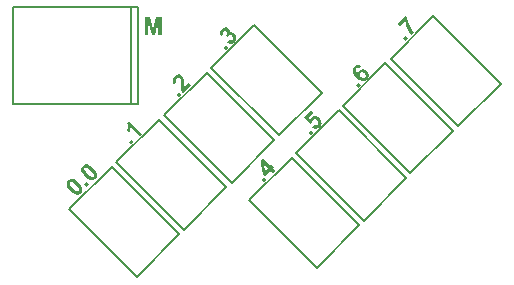
<source format=gto>
G04 #@! TF.GenerationSoftware,KiCad,Pcbnew,9.0.1*
G04 #@! TF.CreationDate,2025-05-31T22:37:51+02:00*
G04 #@! TF.ProjectId,Sim-module,53696d2d-6d6f-4647-956c-652e6b696361,rev?*
G04 #@! TF.SameCoordinates,Original*
G04 #@! TF.FileFunction,Legend,Top*
G04 #@! TF.FilePolarity,Positive*
%FSLAX46Y46*%
G04 Gerber Fmt 4.6, Leading zero omitted, Abs format (unit mm)*
G04 Created by KiCad (PCBNEW 9.0.1) date 2025-05-31 22:37:51*
%MOMM*%
%LPD*%
G01*
G04 APERTURE LIST*
%ADD10C,0.300000*%
%ADD11C,0.200000*%
%ADD12C,0.127000*%
G04 APERTURE END LIST*
D10*
G36*
X182526225Y-51113149D02*
G01*
X182323123Y-50910047D01*
X182526678Y-50706492D01*
X182729780Y-50909594D01*
X182526225Y-51113149D01*
G37*
G36*
X182628877Y-50472174D02*
G01*
X182810801Y-50248282D01*
X182864831Y-50282282D01*
X182917883Y-50300931D01*
X182971288Y-50305923D01*
X183024219Y-50298094D01*
X183069923Y-50278728D01*
X183110014Y-50247505D01*
X183144235Y-50201631D01*
X183162438Y-50148829D01*
X183164740Y-50086435D01*
X183149786Y-50025229D01*
X183113091Y-49957823D01*
X183048552Y-49881779D01*
X182977235Y-49821770D01*
X182913164Y-49788027D01*
X182854064Y-49774982D01*
X182794105Y-49779199D01*
X182740018Y-49800040D01*
X182689691Y-49838840D01*
X182652664Y-49885246D01*
X182627170Y-49938885D01*
X182613019Y-50001360D01*
X182611196Y-50074842D01*
X182421695Y-50215770D01*
X181974171Y-49559575D01*
X182512560Y-49021186D01*
X182703227Y-49211853D01*
X182319173Y-49595908D01*
X182466059Y-49806522D01*
X182493494Y-49741278D01*
X182528596Y-49683976D01*
X182571496Y-49633730D01*
X182643495Y-49574400D01*
X182721324Y-49533611D01*
X182806439Y-49510035D01*
X182900889Y-49503812D01*
X182993894Y-49515743D01*
X183082769Y-49546163D01*
X183169090Y-49596229D01*
X183253986Y-49668444D01*
X183314438Y-49738629D01*
X183360863Y-49813647D01*
X183394210Y-49894239D01*
X183414796Y-49981452D01*
X183421334Y-50078165D01*
X183410204Y-50167828D01*
X183381918Y-50252304D01*
X183335686Y-50333120D01*
X183269464Y-50411359D01*
X183191010Y-50479103D01*
X183112425Y-50527171D01*
X183032845Y-50557899D01*
X182951081Y-50572624D01*
X182867519Y-50571730D01*
X182786842Y-50555187D01*
X182707673Y-50522515D01*
X182628877Y-50472174D01*
G37*
G36*
X186526225Y-47113149D02*
G01*
X186323123Y-46910047D01*
X186526678Y-46706492D01*
X186729780Y-46909594D01*
X186526225Y-47113149D01*
G37*
G36*
X186558796Y-45160794D02*
G01*
X186631891Y-45176785D01*
X186707847Y-45208237D01*
X186787810Y-45257318D01*
X186612751Y-45476417D01*
X186564719Y-45444672D01*
X186522399Y-45427935D01*
X186484193Y-45423245D01*
X186446270Y-45429044D01*
X186410514Y-45445152D01*
X186375906Y-45472855D01*
X186342185Y-45519380D01*
X186325542Y-45574465D01*
X186326491Y-45641567D01*
X186347493Y-45707365D01*
X186404621Y-45804055D01*
X186516122Y-45943500D01*
X186517333Y-45862285D01*
X186534299Y-45789995D01*
X186566601Y-45724558D01*
X186615341Y-45664493D01*
X186683056Y-45608871D01*
X186756991Y-45570441D01*
X186838595Y-45548104D01*
X186929903Y-45542153D01*
X187019629Y-45553525D01*
X187105091Y-45582593D01*
X187187814Y-45630399D01*
X187268882Y-45699272D01*
X187342094Y-45785459D01*
X187392089Y-45872394D01*
X187421650Y-45961282D01*
X187432089Y-46053794D01*
X187423654Y-46146920D01*
X187396844Y-46234053D01*
X187350980Y-46316967D01*
X187283907Y-46396917D01*
X187215918Y-46454622D01*
X187144037Y-46496560D01*
X187067373Y-46524028D01*
X186984662Y-46537425D01*
X186894348Y-46536226D01*
X186811063Y-46520201D01*
X186719931Y-46485448D01*
X186619027Y-46428536D01*
X186506487Y-46345027D01*
X186380505Y-46229630D01*
X186262412Y-46100550D01*
X186180745Y-45990065D01*
X186678487Y-45990065D01*
X186689520Y-46043944D01*
X186718845Y-46101181D01*
X186771036Y-46163699D01*
X186840103Y-46221312D01*
X186904761Y-46254672D01*
X186966884Y-46268230D01*
X187030301Y-46265360D01*
X187081713Y-46248016D01*
X187124133Y-46216806D01*
X187154976Y-46176258D01*
X187171729Y-46131073D01*
X187174973Y-46079311D01*
X187163025Y-46028619D01*
X187130579Y-45969698D01*
X187070637Y-45899589D01*
X186998539Y-45838248D01*
X186936309Y-45804370D01*
X186881265Y-45791432D01*
X186825179Y-45794606D01*
X186776349Y-45812479D01*
X186732630Y-45845640D01*
X186700519Y-45887796D01*
X186682627Y-45935267D01*
X186678487Y-45990065D01*
X186180745Y-45990065D01*
X186176936Y-45984912D01*
X186118695Y-45880902D01*
X186083195Y-45786640D01*
X186066979Y-45700179D01*
X186066328Y-45606985D01*
X186081023Y-45520826D01*
X186110692Y-45440152D01*
X186155930Y-45363707D01*
X186218269Y-45290607D01*
X186282697Y-45235382D01*
X186348466Y-45196029D01*
X186416319Y-45170851D01*
X186487302Y-45159005D01*
X186558796Y-45160794D01*
G37*
G36*
X178526225Y-55113149D02*
G01*
X178323123Y-54910047D01*
X178526678Y-54706492D01*
X178729780Y-54909594D01*
X178526225Y-55113149D01*
G37*
G36*
X179097709Y-53754128D02*
G01*
X179229569Y-53622267D01*
X179407802Y-53800499D01*
X179275941Y-53932360D01*
X179491478Y-54147897D01*
X179294399Y-54344976D01*
X179078862Y-54129439D01*
X178644097Y-54564204D01*
X178466577Y-54386684D01*
X178318842Y-53594871D01*
X178544294Y-53594871D01*
X178656402Y-54195434D01*
X178900630Y-53951207D01*
X178544294Y-53594871D01*
X178318842Y-53594871D01*
X178255185Y-53253691D01*
X178426229Y-53082648D01*
X179097709Y-53754128D01*
G37*
G36*
X167326225Y-51913149D02*
G01*
X167123123Y-51710047D01*
X167326678Y-51506492D01*
X167529780Y-51709594D01*
X167326225Y-51913149D01*
G37*
G36*
X168216092Y-51023283D02*
G01*
X168012472Y-51226903D01*
X167247342Y-50461773D01*
X167232786Y-50604080D01*
X167197312Y-50743238D01*
X167140156Y-50880606D01*
X166953634Y-50694084D01*
X166983973Y-50621737D01*
X167009053Y-50532017D01*
X167027725Y-50421813D01*
X167032013Y-50311997D01*
X167017643Y-50213235D01*
X166985628Y-50123248D01*
X167150842Y-49958034D01*
X168216092Y-51023283D01*
G37*
G36*
X168448560Y-42645000D02*
G01*
X168448560Y-41138510D01*
X168902486Y-41138510D01*
X169175061Y-42166161D01*
X169444521Y-41138510D01*
X169899546Y-41138510D01*
X169899546Y-42645000D01*
X169617720Y-42645000D01*
X169617720Y-41459170D01*
X169319591Y-42645000D01*
X169027507Y-42645000D01*
X168730386Y-41459170D01*
X168730386Y-42645000D01*
X168448560Y-42645000D01*
G37*
G36*
X162313221Y-54816244D02*
G01*
X162398044Y-54834347D01*
X162492033Y-54872012D01*
X162597296Y-54933076D01*
X162715910Y-55022397D01*
X162849926Y-55145702D01*
X162972694Y-55279203D01*
X163061871Y-55397776D01*
X163123051Y-55503393D01*
X163160974Y-55598063D01*
X163179384Y-55683831D01*
X163179708Y-55778057D01*
X163158658Y-55866217D01*
X163115583Y-55950701D01*
X163047587Y-56033237D01*
X162964990Y-56100436D01*
X162877332Y-56143578D01*
X162782675Y-56164796D01*
X162678299Y-56163932D01*
X162601812Y-56147155D01*
X162514142Y-56110819D01*
X162412700Y-56050351D01*
X162294857Y-55960061D01*
X162157915Y-55833308D01*
X162035819Y-55700498D01*
X161947059Y-55582381D01*
X161886107Y-55477016D01*
X161848278Y-55382430D01*
X161829882Y-55296603D01*
X161829569Y-55206645D01*
X162089135Y-55206645D01*
X162094948Y-55260718D01*
X162128512Y-55335915D01*
X162206251Y-55442835D01*
X162373128Y-55622499D01*
X162551151Y-55788752D01*
X162648508Y-55860185D01*
X162709789Y-55890467D01*
X162755272Y-55904027D01*
X162788982Y-55905715D01*
X162837003Y-55892366D01*
X162877645Y-55863294D01*
X162906718Y-55822491D01*
X162920066Y-55773854D01*
X162914296Y-55719723D01*
X162880754Y-55644519D01*
X162803638Y-55538245D01*
X162636915Y-55358713D01*
X162458841Y-55192411D01*
X162361535Y-55121026D01*
X162275699Y-55082079D01*
X162220672Y-55075108D01*
X162172316Y-55088195D01*
X162131556Y-55117205D01*
X162102524Y-55157958D01*
X162089135Y-55206645D01*
X161829569Y-55206645D01*
X161829554Y-55202373D01*
X161850596Y-55114223D01*
X161893652Y-55029762D01*
X161961614Y-54947263D01*
X162044114Y-54879439D01*
X162128930Y-54836491D01*
X162217819Y-54815606D01*
X162313221Y-54816244D01*
G37*
G36*
X163551068Y-55488307D02*
G01*
X163347966Y-55285205D01*
X163551521Y-55081649D01*
X163754623Y-55284751D01*
X163551068Y-55488307D01*
G37*
G36*
X163550485Y-53578980D02*
G01*
X163635309Y-53597083D01*
X163729297Y-53634748D01*
X163834561Y-53695812D01*
X163953174Y-53785133D01*
X164087190Y-53908437D01*
X164209959Y-54041939D01*
X164299135Y-54160511D01*
X164360315Y-54266129D01*
X164398238Y-54360798D01*
X164416648Y-54446567D01*
X164416972Y-54540793D01*
X164395922Y-54628953D01*
X164352847Y-54713437D01*
X164284852Y-54795972D01*
X164202254Y-54863172D01*
X164114596Y-54906314D01*
X164019939Y-54927532D01*
X163915563Y-54926667D01*
X163839076Y-54909891D01*
X163751406Y-54873555D01*
X163649965Y-54813087D01*
X163532121Y-54722797D01*
X163395179Y-54596044D01*
X163273083Y-54463234D01*
X163184323Y-54345117D01*
X163123371Y-54239752D01*
X163085543Y-54145166D01*
X163067146Y-54059339D01*
X163066834Y-53969381D01*
X163326399Y-53969381D01*
X163332213Y-54023454D01*
X163365776Y-54098651D01*
X163443515Y-54205571D01*
X163610392Y-54385235D01*
X163788415Y-54551488D01*
X163885772Y-54622921D01*
X163947054Y-54653203D01*
X163992536Y-54666763D01*
X164026246Y-54668451D01*
X164074267Y-54655102D01*
X164114909Y-54626030D01*
X164143982Y-54585227D01*
X164157330Y-54536590D01*
X164151560Y-54482459D01*
X164118018Y-54407255D01*
X164040902Y-54300981D01*
X163874179Y-54121448D01*
X163696105Y-53955147D01*
X163598799Y-53883762D01*
X163512963Y-53844815D01*
X163457936Y-53837844D01*
X163409580Y-53850931D01*
X163368820Y-53879941D01*
X163339788Y-53920694D01*
X163326399Y-53969381D01*
X163066834Y-53969381D01*
X163066819Y-53965109D01*
X163087860Y-53876959D01*
X163130916Y-53792498D01*
X163198878Y-53709998D01*
X163281379Y-53642174D01*
X163366194Y-53599226D01*
X163455083Y-53578342D01*
X163550485Y-53578980D01*
G37*
G36*
X175326225Y-43913149D02*
G01*
X175123123Y-43710047D01*
X175326678Y-43506492D01*
X175529780Y-43709594D01*
X175326225Y-43913149D01*
G37*
G36*
X175401935Y-43265568D02*
G01*
X175574080Y-43043554D01*
X175635373Y-43083712D01*
X175691781Y-43105872D01*
X175744929Y-43112982D01*
X175797740Y-43106499D01*
X175844367Y-43087234D01*
X175886439Y-43054499D01*
X175921034Y-43009205D01*
X175940260Y-42958566D01*
X175944728Y-42900489D01*
X175933727Y-42842909D01*
X175906001Y-42785963D01*
X175858655Y-42728150D01*
X175803913Y-42683435D01*
X175749977Y-42657480D01*
X175695384Y-42647518D01*
X175640283Y-42652166D01*
X175592362Y-42670556D01*
X175549663Y-42703216D01*
X175512445Y-42747323D01*
X175471428Y-42811891D01*
X175329463Y-42624980D01*
X175379817Y-42567608D01*
X175408530Y-42514290D01*
X175419875Y-42463328D01*
X175416162Y-42411555D01*
X175397646Y-42364146D01*
X175362882Y-42319291D01*
X175324868Y-42288882D01*
X175286294Y-42271755D01*
X175245982Y-42266249D01*
X175205661Y-42271935D01*
X175167228Y-42289068D01*
X175129535Y-42319226D01*
X175100242Y-42356629D01*
X175082716Y-42397886D01*
X175076298Y-42444352D01*
X175081939Y-42491048D01*
X175101085Y-42540505D01*
X175136400Y-42594217D01*
X174917107Y-42750300D01*
X174869714Y-42670227D01*
X174838650Y-42599385D01*
X174821255Y-42536317D01*
X174815160Y-42471630D01*
X174821235Y-42404929D01*
X174840231Y-42335094D01*
X174870148Y-42268775D01*
X174911496Y-42205075D01*
X174965356Y-42143520D01*
X175045455Y-42076252D01*
X175127270Y-42031093D01*
X175212081Y-42005534D01*
X175301679Y-41998641D01*
X175376604Y-42006792D01*
X175442509Y-42026679D01*
X175500996Y-42057906D01*
X175553225Y-42100969D01*
X175599876Y-42159282D01*
X175630240Y-42223985D01*
X175645169Y-42296837D01*
X175643799Y-42380273D01*
X175623624Y-42477187D01*
X175700097Y-42438416D01*
X175777389Y-42419407D01*
X175857425Y-42419029D01*
X175935494Y-42436896D01*
X176008114Y-42472939D01*
X176076848Y-42528999D01*
X176138302Y-42603418D01*
X176180913Y-42683977D01*
X176206001Y-42772143D01*
X176213436Y-42869985D01*
X176202506Y-42966989D01*
X176173514Y-43057083D01*
X176125928Y-43141998D01*
X176057872Y-43222952D01*
X175981069Y-43288464D01*
X175902171Y-43334895D01*
X175820233Y-43364226D01*
X175733919Y-43377351D01*
X175646372Y-43374208D01*
X175562760Y-43354993D01*
X175481660Y-43319281D01*
X175401935Y-43265568D01*
G37*
G36*
X171326225Y-47913149D02*
G01*
X171123123Y-47710047D01*
X171326678Y-47506492D01*
X171529780Y-47709594D01*
X171326225Y-47913149D01*
G37*
G36*
X172192064Y-46665976D02*
G01*
X172382731Y-46856643D01*
X171669089Y-47570285D01*
X171612171Y-47487776D01*
X171567877Y-47397401D01*
X171535998Y-47298079D01*
X171518225Y-47193354D01*
X171508480Y-47037440D01*
X171510934Y-46815129D01*
X171514151Y-46572629D01*
X171506271Y-46472913D01*
X171486973Y-46405486D01*
X171459420Y-46350750D01*
X171424020Y-46306597D01*
X171375660Y-46267268D01*
X171329168Y-46245648D01*
X171283027Y-46238789D01*
X171236763Y-46245532D01*
X171191353Y-46266260D01*
X171145402Y-46303359D01*
X171109093Y-46348814D01*
X171088753Y-46394947D01*
X171082386Y-46443186D01*
X171090468Y-46491310D01*
X171116526Y-46547313D01*
X171166321Y-46614035D01*
X170943207Y-46796607D01*
X170874611Y-46697200D01*
X170833052Y-46606211D01*
X170814035Y-46521525D01*
X170814908Y-46440854D01*
X170832909Y-46360041D01*
X170865617Y-46281621D01*
X170914191Y-46204610D01*
X170980576Y-46128300D01*
X171064819Y-46055845D01*
X171147350Y-46006502D01*
X171229300Y-45977083D01*
X171312171Y-45965741D01*
X171396823Y-45971338D01*
X171473932Y-45992985D01*
X171545289Y-46030752D01*
X171612161Y-46086073D01*
X171675701Y-46162555D01*
X171722585Y-46247920D01*
X171754586Y-46343667D01*
X171776404Y-46464817D01*
X171781748Y-46561209D01*
X171778218Y-46733202D01*
X171773101Y-46972248D01*
X171787803Y-47070237D01*
X172192064Y-46665976D01*
G37*
G36*
X190526225Y-43113149D02*
G01*
X190323123Y-42910047D01*
X190526678Y-42706492D01*
X190729780Y-42909594D01*
X190526225Y-43113149D01*
G37*
G36*
X190032977Y-41882103D02*
G01*
X189842310Y-41691435D01*
X190538660Y-40995086D01*
X190687878Y-41144304D01*
X190694024Y-41257714D01*
X190715874Y-41396202D01*
X190756982Y-41564173D01*
X190810603Y-41727020D01*
X190878085Y-41885027D01*
X190959760Y-42038704D01*
X191053594Y-42186234D01*
X191145053Y-42307301D01*
X191234232Y-42405142D01*
X191037866Y-42601509D01*
X190936030Y-42484953D01*
X190842064Y-42356341D01*
X190755922Y-42214843D01*
X190677710Y-42059493D01*
X190592735Y-41845732D01*
X190532494Y-41632623D01*
X190495980Y-41419100D01*
X190032977Y-41882103D01*
G37*
D11*
X174100862Y-45407107D02*
X177707107Y-41800862D01*
X177707107Y-41800862D02*
X183434672Y-47528427D01*
X179828427Y-51134672D02*
X174100862Y-45407107D01*
X183434672Y-47528427D02*
X179828427Y-51134672D01*
X177279973Y-56636218D02*
X180886218Y-53029973D01*
X180886218Y-53029973D02*
X186613783Y-58757538D01*
X183007538Y-62363783D02*
X177279973Y-56636218D01*
X186613783Y-58757538D02*
X183007538Y-62363783D01*
D12*
X157300000Y-40300000D02*
X167300000Y-40300000D01*
X157300000Y-48500000D02*
X157300000Y-40300000D01*
X167300000Y-40300000D02*
X167300000Y-48500000D01*
X167300000Y-48500000D02*
X157300000Y-48500000D01*
X167900000Y-40300000D02*
X167300000Y-40300000D01*
X167900000Y-40300000D02*
X167900000Y-48500000D01*
X167900000Y-48500000D02*
X167300000Y-48500000D01*
D11*
X189279973Y-44636218D02*
X192886218Y-41029973D01*
X192886218Y-41029973D02*
X198613783Y-46757538D01*
X195007538Y-50363783D02*
X189279973Y-44636218D01*
X198613783Y-46757538D02*
X195007538Y-50363783D01*
X166015328Y-53421573D02*
X169621573Y-49815328D01*
X169621573Y-49815328D02*
X175349138Y-55542893D01*
X171742893Y-59149138D02*
X166015328Y-53421573D01*
X175349138Y-55542893D02*
X171742893Y-59149138D01*
X170083095Y-49439340D02*
X173689340Y-45833095D01*
X173689340Y-45833095D02*
X179416905Y-51560660D01*
X175810660Y-55166905D02*
X170083095Y-49439340D01*
X179416905Y-51560660D02*
X175810660Y-55166905D01*
X185226851Y-48636218D02*
X188833096Y-45029973D01*
X188833096Y-45029973D02*
X194560661Y-50757538D01*
X190954416Y-54363783D02*
X185226851Y-48636218D01*
X194560661Y-50757538D02*
X190954416Y-54363783D01*
X181279973Y-52636218D02*
X184886218Y-49029973D01*
X184886218Y-49029973D02*
X190613783Y-54757538D01*
X187007538Y-58363783D02*
X181279973Y-52636218D01*
X190613783Y-54757538D02*
X187007538Y-58363783D01*
X162050862Y-57407107D02*
X165657107Y-53800862D01*
X165657107Y-53800862D02*
X171384672Y-59528427D01*
X167778427Y-63134672D02*
X162050862Y-57407107D01*
X171384672Y-59528427D02*
X167778427Y-63134672D01*
M02*

</source>
